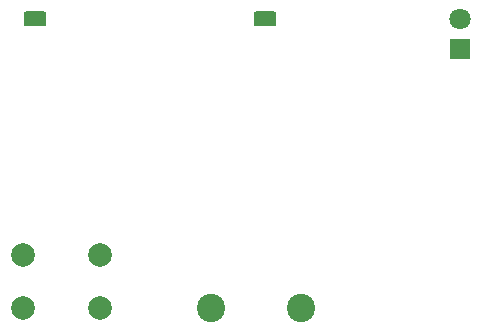
<source format=gbr>
%TF.GenerationSoftware,KiCad,Pcbnew,9.0.6*%
%TF.CreationDate,2025-11-22T10:53:10-06:00*%
%TF.ProjectId,SChematic Drawing,53436865-6d61-4746-9963-204472617769,rev?*%
%TF.SameCoordinates,Original*%
%TF.FileFunction,Soldermask,Top*%
%TF.FilePolarity,Negative*%
%FSLAX46Y46*%
G04 Gerber Fmt 4.6, Leading zero omitted, Abs format (unit mm)*
G04 Created by KiCad (PCBNEW 9.0.6) date 2025-11-22 10:53:10*
%MOMM*%
%LPD*%
G01*
G04 APERTURE LIST*
G04 Aperture macros list*
%AMRoundRect*
0 Rectangle with rounded corners*
0 $1 Rounding radius*
0 $2 $3 $4 $5 $6 $7 $8 $9 X,Y pos of 4 corners*
0 Add a 4 corners polygon primitive as box body*
4,1,4,$2,$3,$4,$5,$6,$7,$8,$9,$2,$3,0*
0 Add four circle primitives for the rounded corners*
1,1,$1+$1,$2,$3*
1,1,$1+$1,$4,$5*
1,1,$1+$1,$6,$7*
1,1,$1+$1,$8,$9*
0 Add four rect primitives between the rounded corners*
20,1,$1+$1,$2,$3,$4,$5,0*
20,1,$1+$1,$4,$5,$6,$7,0*
20,1,$1+$1,$6,$7,$8,$9,0*
20,1,$1+$1,$8,$9,$2,$3,0*%
G04 Aperture macros list end*
%ADD10R,1.800000X1.800000*%
%ADD11C,1.800000*%
%ADD12C,2.000000*%
%ADD13C,2.400000*%
%ADD14RoundRect,0.190500X-0.762000X-0.444500X0.762000X-0.444500X0.762000X0.444500X-0.762000X0.444500X0*%
G04 APERTURE END LIST*
D10*
%TO.C,D1*%
X145000000Y-42040000D03*
D11*
X145000000Y-39500000D03*
%TD*%
D12*
%TO.C,SW1*%
X108000000Y-59500000D03*
X114500000Y-59500000D03*
X108000000Y-64000000D03*
X114500000Y-64000000D03*
%TD*%
D13*
%TO.C,R1*%
X131510000Y-64000000D03*
X123890000Y-64000000D03*
%TD*%
D14*
%TO.C,BT1*%
X128500000Y-39500000D03*
X109000000Y-39500000D03*
%TD*%
M02*

</source>
